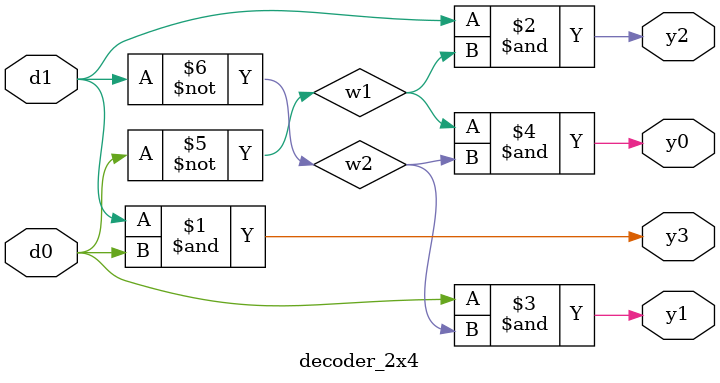
<source format=v>
`timescale 1ns / 1ps

module decoder_2x4(d1,d0,y3,y2,y1,y0);
    input d1,d0;
    output y3,y2,y1,y0;
    wire w1,w2;
    
and x1(y3,d1,d0);
and x2(y2,d1,w1);
and x3(y1,d0,w2);
and x4(y0,w1,w2);
not x5(w1,d0);
not x6(w2,d1);    
endmodule



</source>
